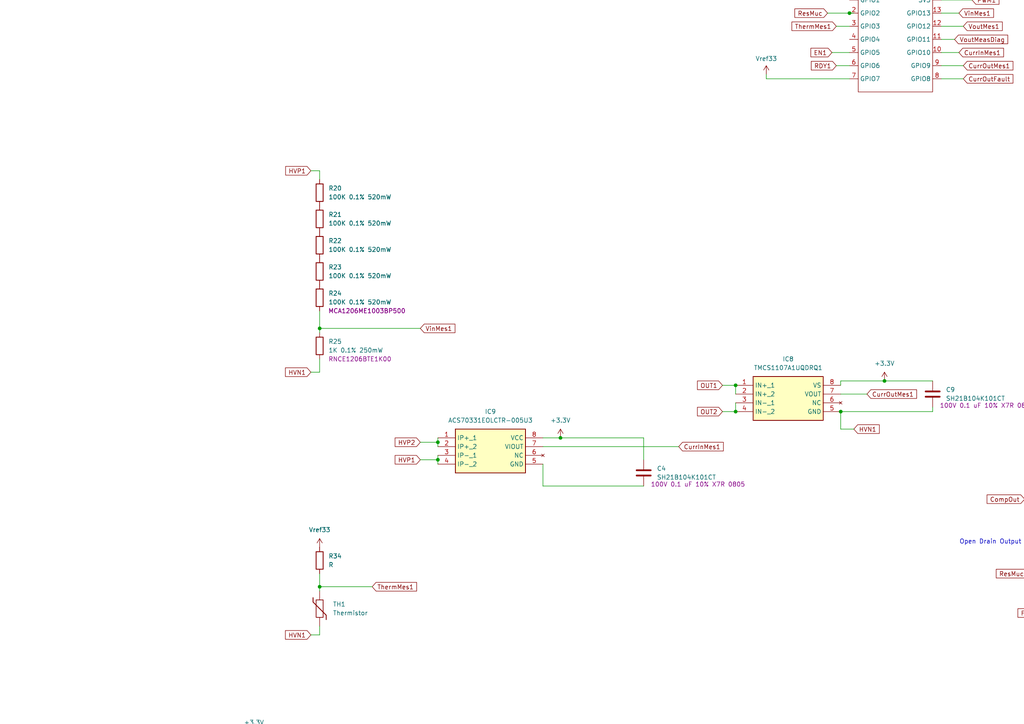
<source format=kicad_sch>
(kicad_sch (version 20250114) (generator "eeschema") (generator_version "9.0")
  (paper "A4")
  (text "probelm 74HC74 is HL = 3.15V see datasheet \nso STM can control it found a methode of power it at 3.3v\n" (at 366.268 207.772 0) (effects (font (size 1.27 1.27))))
  (text "Example of charging power\nOUT I\nACS770LCB-100U \nUni 100A 40mV/A 4800VAC 1min\nVcc = 5V\n22kW/250V= 88A, 22kW/300=73A\nOCP is around 4.033V 4.194V => (4.033+4.194)/2=4113.5mV (102.8A)\nIoutNom = 70A (DJC)\nVoltage range nominal (0,500v) 2%\n102/70= 1.45\n\nProposition prim \nACS70331EOLCTR-005U3\n5A uniderectional, 3.3V, 400mV/A, SOIC 8, very simple \n2euros mouser \nSpec 1200/360=3.33A\n5A/3.33A= 1.5\nout 0 to 3V (perfect)\nOR \nTMCS1107A4U \n3euros mouser \n10A\n\n\nSecondary 1200/42=28.57A \n(target 1.5 = 43A check 45 or 50A)\nTMCS1107A2UQDR \n100mV/A 3.3V\nsimple \nif you want more current \ncheck \nTMCS1107A1U\n86A Uniderectional \n43A \nmouser 2.96euros " (at 320.802 311.15 0) (effects (font (size 1.27 1.27) (bold yes))))
  (text "Logic to be done " (at 344.17 203.2 0) (effects (font (size 1.27 1.27))))
  (text "Nb pins\n===============\nmeas vref	1\nprim drive	4\nv meas p	1\nv meas s	2\ncurrent sec	1\ncurrent prim	1\nOUTPUT COMPA	1\nTHERMAL 	2\nSPI 	4\nTOTLA 	17\n\n\nOptimization 	\nmeas vref	1\nprim drive	4\nv meas p	1\nv meas s	2\ncurrent sec	1\ncurrent prim	1\nOUTPUT COMPA	1\nTHERMAL 	1\nRX/TX	other pins\nTOTLA 	12\n" (at 414.02 206.502 0) (effects (font (size 1.27 1.27))))
  (text "Open Drain Output\n" (at 287.274 157.226 0) (effects (font (size 1.27 1.27))))
  (text "To µC (je dois utiliser 3.3v pour le pull up pas 5v\n" (at 112.014 219.71 0) (effects (font (size 1.27 1.27))))
  (text "check if we can read 5V , otherwise use 3.3 power othwise to remove this regulator use res div \n" (at 410.972 256.032 0) (effects (font (size 1.27 1.27))))
  (junction (at 138.43 245.11))
  (junction (at 105.41 228.6))
  (junction (at 92.71 170.18))
  (junction (at 143.51 279.4))
  (junction (at 73.66 228.6))
  (junction (at 281.94 246.38))
  (junction (at 125.73 259.08))
  (junction (at 257.81 250.19))
  (junction (at 275.59 -7.62))
  (junction (at 281.94 262.89))
  (junction (at 48.26 251.46))
  (junction (at 36.83 223.52))
  (junction (at 349.25 163.83))
  (junction (at 62.23 224.79))
  (junction (at 246.38 3.81))
  (junction (at 382.27 166.37))
  (junction (at 73.66 267.97))
  (junction (at 502.92 -38.1))
  (junction (at 213.36 111.76))
  (junction (at 213.36 119.38))
  (junction (at 125.73 233.68))
  (junction (at 382.27 168.91))
  (junction (at 73.66 217.17))
  (junction (at -19.05 254))
  (junction (at 67.31 217.17))
  (junction (at -19.05 270.51))
  (junction (at 127 133.35))
  (junction (at 243.84 119.38))
  (junction (at -19.05 265.43))
  (junction (at 257.81 306.07))
  (junction (at 349.25 180.34))
  (junction (at 88.9 236.22))
  (junction (at 264.16 237.49))
  (junction (at 36.83 227.33))
  (junction (at 21.59 227.33))
  (junction (at 382.27 163.83))
  (junction (at 143.51 256.54))
  (junction (at 35.56 243.84))
  (junction (at 257.81 294.64))
  (junction (at 92.71 95.25))
  (junction (at 12.7 240.03))
  (junction (at 45.72 236.22))
  (junction (at 34.29 254))
  (junction (at 349.25 173.99))
  (junction (at 127 128.27))
  (junction (at 125.73 279.4))
  (junction (at 256.54 110.49))
  (junction (at 125.73 241.3))
  (junction (at 12.7 227.33))
  (junction (at 494.03 -20.32))
  (junction (at 162.56 127))
  (junction (at 34.29 270.51))
  (junction (at 257.81 276.86))
  (junction (at 335.28 200.66))
  (junction (at 99.06 243.84))
  (junction (at 349.25 182.88))
  (junction (at 125.73 254))
  (junction (at 377.19 -7.62))
  (junction (at 48.26 270.51))
  (junction (at 320.04 177.8))
  (junction (at 20.32 240.03))
  (wire (pts (xy 240.03 3.81) (xy 246.38 3.81)))
  (wire (pts (xy 243.84 124.46) (xy 243.84 119.38)))
  (wire (pts (xy 143.51 256.54) (xy 143.51 279.4)))
  (wire (pts (xy 86.36 259.08) (xy 113.03 259.08)))
  (wire (pts (xy 34.29 254) (xy 50.8 254)))
  (wire (pts (xy 228.6 265.43) (xy 232.41 265.43)))
  (wire (pts (xy 45.72 236.22) (xy 45.72 227.33)))
  (wire (pts (xy 55.88 217.17) (xy 67.31 217.17)))
  (wire (pts (xy 73.66 228.6) (xy 97.79 228.6)))
  (wire (pts (xy -19.05 255.27) (xy -19.05 254)))
  (wire (pts (xy 20.32 240.03) (xy 12.7 240.03)))
  (wire (pts (xy 257.81 250.19) (xy 257.81 276.86)))
  (wire (pts (xy 12.7 227.33) (xy 12.7 240.03)))
  (wire (pts (xy 62.23 224.79) (xy 67.31 224.79)))
  (wire (pts (xy 351.79 171.45) (xy 327.66 171.45)))
  (wire (pts (xy 45.72 227.33) (xy 36.83 227.33)))
  (wire (pts (xy 297.18 144.78) (xy 316.23 144.78)))
  (wire (pts (xy 327.66 168.91) (xy 320.04 168.91)))
  (wire (pts (xy 86.36 243.84) (xy 99.06 243.84)))
  (wire (pts (xy 377.19 -11.43) (xy 377.19 -7.62)))
  (wire (pts (xy 105.41 222.25) (xy 125.73 222.25)))
  (wire (pts (xy 92.71 184.15) (xy 90.17 184.15)))
  (wire (pts (xy 73.66 267.97) (xy 73.66 270.51)))
  (wire (pts (xy -19.05 270.51) (xy 34.29 270.51)))
  (wire (pts (xy 353.06 182.88) (xy 349.25 182.88)))
  (wire (pts (xy 127 132.08) (xy 127 133.35)))
  (wire (pts (xy 243.84 110.49) (xy 256.54 110.49)))
  (wire (pts (xy 86.36 259.08) (xy 86.36 261.62)))
  (wire (pts (xy 27.94 240.03) (xy 35.56 240.03)))
  (wire (pts (xy 228.6 321.31) (xy 232.41 321.31)))
  (wire (pts (xy 556.26 -20.32) (xy 544.83 -20.32)))
  (wire (pts (xy 127 128.27) (xy 127 129.54)))
  (wire (pts (xy 99.06 267.97) (xy 73.66 267.97)))
  (wire (pts (xy 257.81 294.64) (xy 257.81 276.86)))
  (wire (pts (xy -19.05 248.92) (xy -19.05 254)))
  (wire (pts (xy 232.41 351.79) (xy 232.41 350.52)))
  (wire (pts (xy -19.05 254) (xy 34.29 254)))
  (wire (pts (xy 209.55 111.76) (xy 213.36 111.76)))
  (wire (pts (xy 34.29 270.51) (xy 48.26 270.51)))
  (wire (pts (xy 12.7 219.71) (xy 12.7 227.33)))
  (wire (pts (xy 320.04 186.69) (xy 349.25 186.69)))
  (wire (pts (xy 247.65 124.46) (xy 243.84 124.46)))
  (wire (pts (xy 351.79 173.99) (xy 349.25 173.99)))
  (wire (pts (xy 382.27 157.48) (xy 382.27 158.75)))
  (wire (pts (xy 12.7 240.03) (xy 12.7 251.46)))
  (wire (pts (xy 127 133.35) (xy 127 134.62)))
  (wire (pts (xy 243.84 110.49) (xy 243.84 111.76)))
  (wire (pts (xy 36.83 219.71) (xy 36.83 223.52)))
  (wire (pts (xy 257.81 237.49) (xy 264.16 237.49)))
  (wire (pts (xy 138.43 245.11) (xy 142.24 245.11)))
  (wire (pts (xy 140.97 256.54) (xy 143.51 256.54)))
  (wire (pts (xy 275.59 -7.62) (xy 293.37 -7.62)))
  (wire (pts (xy 240.03 279.4) (xy 240.03 287.02)))
  (wire (pts (xy 209.55 119.38) (xy 213.36 119.38)))
  (wire (pts (xy 382.27 168.91) (xy 387.35 168.91)))
  (wire (pts (xy 138.43 243.84) (xy 138.43 245.11)))
  (wire (pts (xy 240.03 260.35) (xy 236.22 260.35)))
  (wire (pts (xy 232.41 321.31) (xy 232.41 320.04)))
  (wire (pts (xy 162.56 127) (xy 186.69 127)))
  (wire (pts (xy 35.56 240.03) (xy 35.56 243.84)))
  (wire (pts (xy 92.71 96.52) (xy 92.71 95.25)))
  (wire (pts (xy -26.67 270.51) (xy -19.05 270.51)))
  (wire (pts (xy 73.66 217.17) (xy 73.66 228.6)))
  (wire (pts (xy 388.62 -11.43) (xy 394.97 -11.43)))
  (wire (pts (xy 241.3 15.24) (xy 246.38 15.24)))
  (wire (pts (xy 157.48 129.54) (xy 196.85 129.54)))
  (wire (pts (xy 273.05 0) (xy 281.94 0)))
  (wire (pts (xy 240.03 252.73) (xy 240.03 260.35)))
  (wire (pts (xy 48.26 251.46) (xy 48.26 241.3)))
  (wire (pts (xy 257.81 336.55) (xy 255.27 336.55)))
  (wire (pts (xy 273.05 7.62) (xy 279.4 7.62)))
  (wire (pts (xy 243.84 119.38) (xy 270.51 119.38)))
  (wire (pts (xy 273.05 22.86) (xy 279.4 22.86)))
  (wire (pts (xy 232.41 292.1) (xy 232.41 290.83)))
  (wire (pts (xy 255.27 306.07) (xy 257.81 306.07)))
  (wire (pts (xy 257.81 336.55) (xy 257.81 306.07)))
  (wire (pts (xy 222.25 22.86) (xy 246.38 22.86)))
  (wire (pts (xy 377.19 -7.62) (xy 345.44 -7.62)))
  (wire (pts (xy 62.23 228.6) (xy 62.23 224.79)))
  (wire (pts (xy 213.36 111.76) (xy 213.36 114.3)))
  (wire (pts (xy 394.97 -11.43) (xy 394.97 -10.16)))
  (wire (pts (xy 50.8 246.38) (xy 45.72 246.38)))
  (wire (pts (xy 273.05 15.24) (xy 278.13 15.24)))
  (wire (pts (xy 387.35 168.91) (xy 387.35 180.34)))
  (wire (pts (xy 228.6 292.1) (xy 232.41 292.1)))
  (wire (pts (xy 273.05 19.05) (xy 279.4 19.05)))
  (wire (pts (xy 129.54 284.48) (xy 125.73 284.48)))
  (wire (pts (xy 502.92 -38.1) (xy 473.71 -38.1)))
  (wire (pts (xy 88.9 236.22) (xy 88.9 238.76)))
  (wire (pts (xy 45.72 236.22) (xy 50.8 236.22)))
  (wire (pts (xy 130.81 245.11) (xy 130.81 248.92)))
  (wire (pts (xy 377.19 -7.62) (xy 394.97 -7.62)))
  (wire (pts (xy -19.05 241.3) (xy -19.05 238.76)))
  (wire (pts (xy 21.59 227.33) (xy 29.21 227.33)))
  (wire (pts (xy 349.25 182.88) (xy 349.25 180.34)))
  (wire (pts (xy 255.27 276.86) (xy 257.81 276.86)))
  (wire (pts (xy 544.83 -38.1) (xy 556.26 -38.1)))
  (wire (pts (xy 86.36 248.92) (xy 105.41 248.92)))
  (wire (pts (xy 298.45 255.27) (xy 298.45 262.89)))
  (wire (pts (xy 60.96 228.6) (xy 62.23 228.6)))
  (wire (pts (xy 50.8 248.92) (xy 35.56 248.92)))
  (wire (pts (xy 511.81 -38.1) (xy 502.92 -38.1)))
  (wire (pts (xy 382.27 161.29) (xy 382.27 163.83)))
  (wire (pts (xy 242.57 7.62) (xy 246.38 7.62)))
  (wire (pts (xy 298.45 246.38) (xy 298.45 247.65)))
  (wire (pts (xy 270.51 118.11) (xy 270.51 119.38)))
  (wire (pts (xy 105.41 228.6) (xy 105.41 248.92)))
  (wire (pts (xy 320.04 176.53) (xy 320.04 177.8)))
  (wire (pts (xy 281.94 246.38) (xy 281.94 247.65)))
  (wire (pts (xy 67.31 217.17) (xy 73.66 217.17)))
  (wire (pts (xy 349.25 173.99) (xy 349.25 163.83)))
  (wire (pts (xy 273.05 -7.62) (xy 275.59 -7.62)))
  (wire (pts (xy 55.88 224.79) (xy 62.23 224.79)))
  (wire (pts (xy 130.81 245.11) (xy 138.43 245.11)))
  (wire (pts (xy 293.37 -16.51) (xy 295.91 -16.51)))
  (wire (pts (xy 63.5 266.7) (xy 63.5 270.51)))
  (wire (pts (xy 48.26 251.46) (xy 48.26 270.51)))
  (wire (pts (xy 351.79 168.91) (xy 335.28 168.91)))
  (wire (pts (xy 120.65 259.08) (xy 125.73 259.08)))
  (wire (pts (xy 125.73 233.68) (xy 120.65 233.68)))
  (wire (pts (xy 243.84 114.3) (xy 251.46 114.3)))
  (wire (pts (xy 92.71 49.53) (xy 90.17 49.53)))
  (wire (pts (xy 349.25 163.83) (xy 349.25 161.29)))
  (wire (pts (xy 36.83 223.52) (xy 36.83 227.33)))
  (wire (pts (xy 92.71 181.61) (xy 92.71 184.15)))
  (wire (pts (xy 186.69 133.35) (xy 186.69 127)))
  (wire (pts (xy 127 127) (xy 127 128.27)))
  (wire (pts (xy 92.71 107.95) (xy 92.71 104.14)))
  (wire (pts (xy 257.81 237.49) (xy 257.81 250.19)))
  (wire (pts (xy 313.69 200.66) (xy 335.28 200.66)))
  (wire (pts (xy 34.29 270.51) (xy 34.29 261.62)))
  (wire (pts (xy 242.57 19.05) (xy 246.38 19.05)))
  (wire (pts (xy 273.05 -3.81) (xy 276.86 -3.81)))
  (wire (pts (xy 238.76 -7.62) (xy 246.38 -7.62)))
  (wire (pts (xy 293.37 -8.89) (xy 293.37 -7.62)))
  (wire (pts (xy 92.71 90.17) (xy 92.71 95.25)))
  (wire (pts (xy 473.71 -22.86) (xy 473.71 -20.32)))
  (wire (pts (xy 20.32 240.03) (xy 20.32 243.84)))
  (wire (pts (xy 320.04 177.8) (xy 320.04 179.07)))
  (wire (pts (xy 232.41 265.43) (xy 232.41 264.16)))
  (wire (pts (xy 312.42 177.8) (xy 320.04 177.8)))
  (wire (pts (xy 236.22 247.65) (xy 240.03 247.65)))
  (wire (pts (xy 157.48 127) (xy 162.56 127)))
  (wire (pts (xy 133.35 264.16) (xy 130.81 264.16)))
  (wire (pts (xy 48.26 241.3) (xy 50.8 241.3)))
  (wire (pts (xy 349.25 180.34) (xy 349.25 173.99)))
  (wire (pts (xy 125.73 279.4) (xy 125.73 284.48)))
  (wire (pts (xy 213.36 116.84) (xy 213.36 119.38)))
  (wire (pts (xy 125.73 241.3) (xy 125.73 254)))
  (wire (pts (xy 86.36 254) (xy 113.03 254)))
  (wire (pts (xy 229.87 274.32) (xy 240.03 274.32)))
  (wire (pts (xy 86.36 236.22) (xy 88.9 236.22)))
  (wire (pts (xy 99.06 243.84) (xy 99.06 267.97)))
  (wire (pts (xy 92.71 52.07) (xy 92.71 49.53)))
  (wire (pts (xy 264.16 237.49) (xy 264.16 238.76)))
  (wire (pts (xy 48.26 251.46) (xy 12.7 251.46)))
  (wire (pts (xy 73.66 214.63) (xy 73.66 217.17)))
  (wire (pts (xy 143.51 256.54) (xy 156.21 256.54)))
  (wire (pts (xy 88.9 238.76) (xy 86.36 238.76)))
  (wire (pts (xy 556.26 -38.1) (xy 556.26 -35.56)))
  (wire (pts (xy 20.32 243.84) (xy 27.94 243.84)))
  (wire (pts (xy 92.71 95.25) (xy 121.92 95.25)))
  (wire (pts (xy 129.54 279.4) (xy 125.73 279.4)))
  (wire (pts (xy 335.28 200.66) (xy 335.28 224.79)))
  (wire (pts (xy 256.54 110.49) (xy 270.51 110.49)))
  (wire (pts (xy 273.05 11.43) (xy 276.86 11.43)))
  (wire (pts (xy 50.8 261.62) (xy 50.8 265.43)))
  (wire (pts (xy 246.38 3.81) (xy 247.65 3.81)))
  (wire (pts (xy 349.25 180.34) (xy 387.35 180.34)))
  (wire (pts (xy 137.16 284.48) (xy 143.51 284.48)))
  (wire (pts (xy -24.13 238.76) (xy -19.05 238.76)))
  (wire (pts (xy 157.48 134.62) (xy 157.48 140.97)))
  (wire (pts (xy 237.49 -3.81) (xy 246.38 -3.81)))
  (wire (pts (xy 92.71 171.45) (xy 92.71 170.18)))
  (wire (pts (xy 281.94 246.38) (xy 298.45 246.38)))
  (wire (pts (xy 264.16 227.33) (xy 264.16 228.6)))
  (wire (pts (xy 349.25 186.69) (xy 349.25 182.88)))
  (wire (pts (xy 281.94 245.11) (xy 281.94 246.38)))
  (wire (pts (xy 143.51 279.4) (xy 143.51 284.48)))
  (wire (pts (xy 48.26 270.51) (xy 63.5 270.51)))
  (wire (pts (xy -19.05 262.89) (xy -19.05 265.43)))
  (wire (pts (xy 157.48 140.97) (xy 186.69 140.97)))
  (wire (pts (xy 137.16 279.4) (xy 143.51 279.4)))
  (wire (pts (xy 90.17 107.95) (xy 92.71 107.95)))
  (wire (pts (xy 501.65 -16.51) (xy 494.03 -16.51)))
  (wire (pts (xy 327.66 171.45) (xy 327.66 168.91)))
  (wire (pts (xy 281.94 262.89) (xy 298.45 262.89)))
  (wire (pts (xy 264.16 236.22) (xy 264.16 237.49)))
  (wire (pts (xy 222.25 21.59) (xy 222.25 22.86)))
  (wire (pts (xy 382.27 163.83) (xy 382.27 166.37)))
  (wire (pts (xy 273.05 3.81) (xy 278.13 3.81)))
  (wire (pts (xy 240.03 316.23) (xy 236.22 316.23)))
  (wire (pts (xy 88.9 236.22) (xy 99.06 236.22)))
  (wire (pts (xy 345.44 -7.62) (xy 345.44 -10.16)))
  (wire (pts (xy 45.72 246.38) (xy 45.72 236.22)))
  (wire (pts (xy 236.22 303.53) (xy 240.03 303.53)))
  (wire (pts (xy 281.94 264.16) (xy 281.94 262.89)))
  (wire (pts (xy 473.71 -38.1) (xy 473.71 -30.48)))
  (wire (pts (xy 556.26 -27.94) (xy 556.26 -20.32)))
  (wire (pts (xy 120.65 254) (xy 125.73 254)))
  (wire (pts (xy 473.71 -20.32) (xy 494.03 -20.32)))
  (wire (pts (xy 240.03 308.61) (xy 240.03 316.23)))
  (wire (pts (xy 351.79 158.75) (xy 316.23 158.75)))
  (wire (pts (xy 92.71 170.18) (xy 107.95 170.18)))
  (wire (pts (xy 12.7 227.33) (xy 21.59 227.33)))
  (wire (pts (xy 35.56 243.84) (xy 35.56 248.92)))
  (wire (pts (xy 228.6 351.79) (xy 232.41 351.79)))
  (wire (pts (xy 494.03 -16.51) (xy 494.03 -20.32)))
  (wire (pts (xy 240.03 287.02) (xy 236.22 287.02)))
  (wire (pts (xy 257.81 294.64) (xy 265.43 294.64)))
  (wire (pts (xy 351.79 166.37) (xy 298.45 166.37)))
  (wire (pts (xy -19.05 265.43) (xy 50.8 265.43)))
  (wire (pts (xy 255.27 250.19) (xy 257.81 250.19)))
  (wire (pts (xy 316.23 144.78) (xy 316.23 158.75)))
  (wire (pts (xy 105.41 222.25) (xy 105.41 228.6)))
  (wire (pts (xy 121.92 133.35) (xy 127 133.35)))
  (wire (pts (xy 257.81 306.07) (xy 257.81 294.64)))
  (wire (pts (xy 349.25 163.83) (xy 351.79 163.83)))
  (wire (pts (xy 92.71 170.18) (xy 92.71 166.37)))
  (wire (pts (xy 228.6 334.01) (xy 240.03 334.01)))
  (wire (pts (xy 73.66 228.6) (xy 73.66 231.14)))
  (wire (pts (xy 382.27 166.37) (xy 382.27 168.91)))
  (wire (pts (xy 120.65 241.3) (xy 125.73 241.3)))
  (wire (pts (xy 29.21 223.52) (xy 36.83 223.52)))
  (wire (pts (xy 121.92 128.27) (xy 127 128.27)))
  (wire (pts (xy 73.66 266.7) (xy 73.66 267.97)))
  (wire (pts (xy 494.03 -20.32) (xy 511.81 -20.32)))
  (wire (pts (xy 349.25 161.29) (xy 351.79 161.29)))
  (wire (pts (xy 20.32 219.71) (xy 36.83 219.71)))
  (wire (pts (xy 21.59 223.52) (xy 21.59 227.33)))
  (wire (pts (xy 125.73 232.41) (xy 125.73 233.68)))
  (wire (pts (xy 240.03 339.09) (xy 240.03 346.71)))
  (wire (pts (xy 335.28 168.91) (xy 335.28 200.66)))
  (wire (pts (xy -19.05 265.43) (xy -19.05 270.51)))
  (wire (pts (xy 240.03 346.71) (xy 236.22 346.71)))
  (wire (pts (xy 125.73 259.08) (xy 125.73 279.4)))
  (global_label "HVN1" (shape input) (at 125.73 232.41 90) (property "Intersheetrefs" "${INTERSHEET_REFS}" (effects (hide yes))))
  (global_label "HVN1" (shape input) (at 345.44 -17.78 180) (property "Intersheetrefs" "${INTERSHEET_REFS}" (effects (hide yes))))
  (global_label "HVN1" (shape input) (at 90.17 107.95 180) (property "Intersheetrefs" "${INTERSHEET_REFS}" (effects (hide yes))))
  (global_label "VoutMeasDiag" (shape input) (at 125.73 222.25 0) (property "Intersheetrefs" "${INTERSHEET_REFS}" (effects (hide yes))))
  (global_label "RDY1" (shape input) (at 242.57 19.05 180) (property "Intersheetrefs" "${INTERSHEET_REFS}" (effects (hide yes))))
  (global_label "VoutMes1" (shape input) (at 229.87 274.32 180) (property "Intersheetrefs" "${INTERSHEET_REFS}" (effects (hide yes))))
  (global_label "HVN1" (shape input) (at 228.6 292.1 180) (property "Intersheetrefs" "${INTERSHEET_REFS}" (effects (hide yes))))
  (global_label "VoutMes1" (shape input) (at 279.4 7.62 0) (property "Intersheetrefs" "${INTERSHEET_REFS}" (effects (hide yes))))
  (global_label "HVP1" (shape input) (at 121.92 133.35 180) (property "Intersheetrefs" "${INTERSHEET_REFS}" (effects (hide yes))))
  (global_label "ThermMes1" (shape input) (at 242.57 7.62 180) (property "Intersheetrefs" "${INTERSHEET_REFS}" (effects (hide yes))))
  (global_label "VinMes1" (shape input) (at 278.13 3.81 0) (property "Intersheetrefs" "${INTERSHEET_REFS}" (effects (hide yes))))
  (global_label "HVN1" (shape input) (at 295.91 -16.51 0) (property "Intersheetrefs" "${INTERSHEET_REFS}" (effects (hide yes))))
  (global_label "CurrOutMes1" (shape input) (at 279.4 19.05 0) (property "Intersheetrefs" "${INTERSHEET_REFS}" (effects (hide yes))))
  (global_label "TX" (shape input) (at 238.76 -7.62 180) (property "Intersheetrefs" "${INTERSHEET_REFS}" (effects (hide yes))))
  (global_label "VinMes1" (shape input) (at 121.92 95.25 0) (property "Intersheetrefs" "${INTERSHEET_REFS}" (effects (hide yes))))
  (global_label "HVP2" (shape input) (at 121.92 128.27 180) (property "Intersheetrefs" "${INTERSHEET_REFS}" (effects (hide yes))))
  (global_label "HVN1" (shape input) (at 90.17 184.15 180) (property "Intersheetrefs" "${INTERSHEET_REFS}" (effects (hide yes))))
  (global_label "ResMuc" (shape input) (at 240.03 3.81 180) (property "Intersheetrefs" "${INTERSHEET_REFS}" (effects (hide yes))))
  (global_label "CurrInMes1" (shape input) (at 196.85 129.54 0) (property "Intersheetrefs" "${INTERSHEET_REFS}" (effects (hide yes))))
  (global_label "HVN1" (shape input) (at 501.65 -16.51 0) (property "Intersheetrefs" "${INTERSHEET_REFS}" (effects (hide yes))))
  (global_label "CurrOutMes1" (shape input) (at 251.46 114.3 0) (property "Intersheetrefs" "${INTERSHEET_REFS}" (effects (hide yes))))
  (global_label "EN1" (shape input) (at 335.28 224.79 180) (property "Intersheetrefs" "${INTERSHEET_REFS}" (effects (hide yes))))
  (global_label "CurrOutFault" (shape input) (at 279.4 22.86 0) (property "Intersheetrefs" "${INTERSHEET_REFS}" (effects (hide yes))))
  (global_label "HVN1" (shape input) (at 388.62 -11.43 180) (property "Intersheetrefs" "${INTERSHEET_REFS}" (effects (hide yes))))
  (global_label "OUT1" (shape input) (at 209.55 111.76 180) (property "Intersheetrefs" "${INTERSHEET_REFS}" (effects (hide yes))))
  (global_label "HVN1" (shape input) (at 228.6 265.43 180) (property "Intersheetrefs" "${INTERSHEET_REFS}" (effects (hide yes))))
  (global_label "VoutMeasDiag" (shape input) (at 276.86 11.43 0) (property "Intersheetrefs" "${INTERSHEET_REFS}" (effects (hide yes))))
  (global_label "CurrInMes1" (shape input) (at 236.22 303.53 180) (property "Intersheetrefs" "${INTERSHEET_REFS}" (effects (hide yes))))
  (global_label "HVN1" (shape input) (at 247.65 124.46 0) (property "Intersheetrefs" "${INTERSHEET_REFS}" (effects (hide yes))))
  (global_label "ThermMes1" (shape input) (at 107.95 170.18 0) (property "Intersheetrefs" "${INTERSHEET_REFS}" (effects (hide yes))))
  (global_label "HVN1" (shape input) (at 281.94 264.16 270) (property "Intersheetrefs" "${INTERSHEET_REFS}" (effects (hide yes))))
  (global_label "VoutMes1" (shape input) (at 156.21 256.54 0) (property "Intersheetrefs" "${INTERSHEET_REFS}" (effects (hide yes))))
  (global_label "HVP1" (shape input) (at 90.17 49.53 180) (property "Intersheetrefs" "${INTERSHEET_REFS}" (effects (hide yes))))
  (global_label "ResMuc" (shape input) (at 298.45 166.37 180) (property "Intersheetrefs" "${INTERSHEET_REFS}" (effects (hide yes))))
  (global_label "EN1" (shape input) (at 241.3 15.24 180) (property "Intersheetrefs" "${INTERSHEET_REFS}" (effects (hide yes))))
  (global_label "FeedbacktoMCU" (shape input) (at 312.42 177.8 180) (property "Intersheetrefs" "${INTERSHEET_REFS}" (effects (hide yes))))
  (global_label "VinMes1" (shape input) (at 236.22 247.65 180) (property "Intersheetrefs" "${INTERSHEET_REFS}" (effects (hide yes))))
  (global_label "HVN1" (shape input) (at 133.35 264.16 0) (property "Intersheetrefs" "${INTERSHEET_REFS}" (effects (hide yes))))
  (global_label "HVN1" (shape input) (at 60.96 228.6 180) (property "Intersheetrefs" "${INTERSHEET_REFS}" (effects (hide yes))))
  (global_label "PWM1" (shape input) (at 281.94 0 0) (property "Intersheetrefs" "${INTERSHEET_REFS}" (effects (hide yes))))
  (global_label "HVN1" (shape input) (at 73.66 270.51 270) (property "Intersheetrefs" "${INTERSHEET_REFS}" (effects (hide yes))))
  (global_label "CompOut" (shape input) (at 265.43 294.64 0) (property "Intersheetrefs" "${INTERSHEET_REFS}" (effects (hide yes))))
  (global_label "ThermMes1" (shape input) (at 207.01 344.17 180) (property "Intersheetrefs" "${INTERSHEET_REFS}" (effects (hide yes))))
  (global_label "DisableMCU" (shape input) (at 313.69 200.66 180) (property "Intersheetrefs" "${INTERSHEET_REFS}" (effects (hide yes))))
  (global_label "RX" (shape input) (at 237.49 -3.81 180) (property "Intersheetrefs" "${INTERSHEET_REFS}" (effects (hide yes))))
  (global_label "HVN1" (shape input) (at 276.86 -3.81 0) (property "Intersheetrefs" "${INTERSHEET_REFS}" (effects (hide yes))))
  (global_label "HVN1" (shape input) (at 264.16 246.38 270) (property "Intersheetrefs" "${INTERSHEET_REFS}" (effects (hide yes))))
  (global_label "HVN1" (shape input) (at 228.6 321.31 180) (property "Intersheetrefs" "${INTERSHEET_REFS}" (effects (hide yes))))
  (global_label "OUT2" (shape input) (at 209.55 119.38 180) (property "Intersheetrefs" "${INTERSHEET_REFS}" (effects (hide yes))))
  (global_label "HVN1" (shape input) (at 228.6 351.79 180) (property "Intersheetrefs" "${INTERSHEET_REFS}" (effects (hide yes))))
  (global_label "CurrInMes1" (shape input) (at 278.13 15.24 0) (property "Intersheetrefs" "${INTERSHEET_REFS}" (effects (hide yes))))
  (global_label "OUT1" (shape input) (at -24.13 238.76 180) (property "Intersheetrefs" "${INTERSHEET_REFS}" (effects (hide yes))))
  (global_label "CurrOutMes1" (shape input) (at 228.6 334.01 180) (property "Intersheetrefs" "${INTERSHEET_REFS}" (effects (hide yes))))
  (global_label "CompOut" (shape input) (at 297.18 144.78 180) (property "Intersheetrefs" "${INTERSHEET_REFS}" (effects (hide yes))))
  (global_label "HVN1" (shape input) (at 353.06 182.88 0) (property "Intersheetrefs" "${INTERSHEET_REFS}" (effects (hide yes))))
  (global_label "HVN1" (shape input) (at 149.86 245.11 0) (property "Intersheetrefs" "${INTERSHEET_REFS}" (effects (hide yes))))
  (symbol (lib_id "Device:R") (at 320.04 182.88 0) (unit 1)
    (property "Reference" "R42" (at 322.58 181.6099 0) (effects (justify left)))
    (property "Value" "20k" (at 322.58 184.1499 0) (effects (justify left)))
    (property "Description" "Resistor" (effects (hide yes)))
  )
  (symbol (lib_id "Device:R") (at 116.84 259.08 270) (mirror x) (unit 1)
    (property "Reference" "R30" (at 116.84 265.43 90))
    (property "Value" "10k" (at 116.84 262.89 90))
    (property "Description" "Resistor" (effects (hide yes)))
  )
  (symbol (lib_id "Device:C") (at 16.51 219.71 270) (mirror x) (unit 1)
    (property "Reference" "C34" (at 16.51 227.33 90))
    (property "Value" "1uF" (at 16.51 224.79 90))
    (property "Description" "Unpolarized capacitor" (effects (hide yes)))
  )
  (symbol (lib_id "Device:C") (at 556.26 -31.75 0) (unit 1)
    (property "Reference" "C40" (at 560.07 -33.0201 0) (effects (justify left)))
    (property "Value" "SH21B104K101CT" (at 560.07 -30.4801 0) (effects (justify left)))
    (property "Footprint" "Capacitor_SMD:C_0805_2012Metric" (effects (hide yes)))
    (property "Description" "100V 0.1 uF 10% X7R 0805" (at 572.008 -28.448 0))
  )
  (symbol (lib_id "Device:R_Potentiometer_Dual_Separate") (at 232.41 260.35 0) (unit 1)
    (property "Reference" "RV2" (at 229.87 259.0799 0) (effects (justify right)))
    (property "Value" "100k" (at 229.87 261.6199 0) (effects (justify right)))
    (property "Description" "Dual potentiometer, separate units" (effects (hide yes)))
  )
  (symbol (lib_id "power:+3V0") (at 232.41 342.9 0) (unit 1)
    (property "Reference" "#PWR035" (effects (hide yes)))
    (property "Value" "Vref33" (at 232.41 337.82 0))
    (property "Description" "Power symbol creates a global label with name \"+3V0\"" (effects (hide yes)))
  )
  (symbol (lib_id "Device:R") (at 92.71 55.88 0) (unit 1)
    (property "Reference" "R20" (at 95.25 54.6099 0) (effects (justify left)))
    (property "Value" "100K 0.1% 520mW" (at 95.25 57.1499 0) (effects (justify left)))
    (property "Footprint" "Resistor_SMD:R_1206_3216Metric" (effects (hide yes)))
    (property "Description" "Resistor" (effects (hide yes)))
  )
  (symbol (lib_id "Device:C") (at 345.44 -13.97 0) (unit 1)
    (property "Reference" "C41" (at 349.25 -15.2401 0) (effects (justify left)))
    (property "Value" "SH21B104K101CT" (at 349.25 -12.7001 0) (effects (justify left)))
    (property "Footprint" "Capacitor_SMD:C_0805_2012Metric" (effects (hide yes)))
    (property "Description" "100V 0.1 uF 10% X7R 0805" (at 361.188 -10.668 0))
  )
  (symbol (lib_id "power:+3V0") (at 232.41 312.42 0) (unit 1)
    (property "Reference" "#PWR032" (effects (hide yes)))
    (property "Value" "Vref33" (at 232.41 307.34 0))
    (property "Description" "Power symbol creates a global label with name \"+3V0\"" (effects (hide yes)))
  )
  (symbol (lib_id "New_Library:TLV9024QDRQ1") (at 284.48 255.27 0) (unit 5)
    (property "Reference" "U9" (at 283.21 253.9999 0) (effects (justify left)))
    (property "Value" "TLV9024QDRQ1" (at 283.21 256.5399 0) (effects (justify left)))
    (property "Footprint" "Package_SO:SOIC-14_3.9x8.7mm_P1.27mm" (effects (hide yes)))
    (property "Datasheet" "https://www.ti.com/lit/ds/symlink/tlv9022-q1.pdf" (effects (hide yes)))
    (property "Description" "Quad channel comparators, SOIC-14" (effects (hide yes)))
  )
  (symbol (lib_id "Device:R") (at 92.71 63.5 0) (unit 1)
    (property "Reference" "R21" (at 95.25 62.2299 0) (effects (justify left)))
    (property "Value" "100K 0.1% 520mW" (at 95.25 64.7699 0) (effects (justify left)))
    (property "Footprint" "Resistor_SMD:R_1206_3216Metric" (effects (hide yes)))
    (property "Description" "Resistor" (effects (hide yes)))
  )
  (symbol (lib_id "power:+3V0") (at 222.25 21.59 0) (unit 1)
    (property "Reference" "#PWR038" (effects (hide yes)))
    (property "Value" "Vref33" (at 222.25 17.018 0))
    (property "Description" "Power symbol creates a global label with name \"+3V0\"" (effects (hide yes)))
  )
  (symbol (lib_id "Device:R") (at 101.6 228.6 270) (unit 1)
    (property "Reference" "R32" (at 101.6 222.25 90))
    (property "Value" "47k" (at 101.6 224.79 90))
    (property "Description" "Resistor" (effects (hide yes)))
  )
  (symbol (lib_id "Device:C") (at 270.51 114.3 0) (unit 1)
    (property "Reference" "C9" (at 274.32 113.0299 0) (effects (justify left)))
    (property "Value" "SH21B104K101CT" (at 274.32 115.5699 0) (effects (justify left)))
    (property "Footprint" "Capacitor_SMD:C_0805_2012Metric" (effects (hide yes)))
    (property "Description" "100V 0.1 uF 10% X7R 0805" (at 286.258 117.602 0))
  )
  (symbol (lib_id "power:+5V") (at 138.43 243.84 0) (unit 1)
    (property "Reference" "#PWR024" (effects (hide yes)))
    (property "Value" "+5V" (at 138.43 238.76 0))
    (property "Description" "Power symbol creates a global label with name \"+5V\"" (effects (hide yes)))
  )
  (symbol (lib_id "ACS70331EOLCTR-005U3:ACS70331EOLCTR-005U3") (at 127 127 0) (unit 1)
    (property "Reference" "IC9" (at 142.24 119.38 0))
    (property "Value" "ACS70331EOLCTR-005U3" (at 142.24 121.92 0))
    (property "Footprint" "ACS70331EOLCTR-005U3:SOIC127P600X175-8N" (effects (hide yes)))
    (property "Datasheet" "https://www.allegromicro.com/-/media/files/datasheets/acs70331-datasheet.ashx" (effects (hide yes)))
    (property "Description" "High Sensitivity, Gmr-Based Current Sensor IC" (effects (hide yes)))
    (property "Height" "1.75" (effects (hide yes)))
    (property "Mouser Part Number" "250-70331EOLCTR005U3" (effects (hide yes)))
    (property "Mouser Price/Stock" "https://www.mouser.co.uk/ProductDetail/Allegro-MicroSystems/ACS70331EOLCTR-005U3?qs=pUKx8fyJudDz9FJ7uQ14Rw%3D%3D" (effects (hide yes)))
    (property "Manufacturer_Name" "Allegro Microsystems" (effects (hide yes)))
    (property "Manufacturer_Part_Number" "ACS70331EOLCTR-005U3" (effects (hide yes)))
  )
  (symbol (lib_id "Device:C") (at 120.65 237.49 0) (mirror y) (unit 1)
    (property "Reference" "C27" (at 116.84 236.2199 0) (effects (justify left)))
    (property "Value" "1n" (at 116.84 238.7599 0) (effects (justify left)))
    (property "Description" "Unpolarized capacitor" (effects (hide yes)))
  )
  (symbol (lib_id "Device:R") (at 125.73 237.49 180) (unit 1)
    (property "Reference" "R31" (at 132.08 237.49 90))
    (property "Value" "5k" (at 129.54 237.49 90))
    (property "Description" "Resistor" (effects (hide yes)))
  )
  (symbol (lib_id "Device:C") (at 293.37 -12.7 0) (mirror y) (unit 1)
    (property "Reference" "C38" (at 289.56 -13.9701 0) (effects (justify left)))
    (property "Value" "100nF" (at 289.56 -11.4301 0) (effects (justify left)))
    (property "Footprint" "Capacitor_SMD:C_1206_3216Metric" (effects (hide yes)))
    (property "Datasheet" "https://www.mouser.fr/datasheet/2/210/WTC_MLCC_General_Purpose-1534899.pdf" (effects (hide yes)))
    (property "Description" "Unpolarized capacitor" (effects (hide yes)))
    (property "Manufacturer part code" "1206B104K101CT" (effects (hide yes)))
  )
  (symbol (lib_id "Device:R") (at 92.71 71.12 0) (unit 1)
    (property "Reference" "R22" (at 95.25 69.8499 0) (effects (justify left)))
    (property "Value" "100K 0.1% 520mW" (at 95.25 72.3899 0) (effects (justify left)))
    (property "Footprint" "Resistor_SMD:R_1206_3216Metric" (effects (hide yes)))
    (property "Description" "Resistor" (effects (hide yes)))
  )
  (symbol (lib_id "power:+3V0") (at 92.71 158.75 0) (mirror y) (unit 1)
    (property "Reference" "#PWR036" (effects (hide yes)))
    (property "Value" "Vref33" (at 92.71 153.67 0))
    (property "Description" "Power symbol creates a global label with name \"+3V0\"" (effects (hide yes)))
  )
  (symbol (lib_id "Device:R") (at 92.71 100.33 0) (unit 1)
    (property "Reference" "R25" (at 95.25 99.0599 0) (effects (justify left)))
    (property "Value" "1K 0.1% 250mW" (at 95.25 101.5999 0) (effects (justify left)))
    (property "Footprint" "Resistor_SMD:R_1206_3216Metric" (effects (hide yes)))
    (property "Datasheet" "https://www.mouser.fr/datasheet/2/385/SEI_RNCE-3567365.pdf" (effects (hide yes)))
    (property "Description" "RNCE1206BTE1K00" (at 104.394 104.14 0))
  )
  (symbol (lib_id "Amplifier_Operational:TLV6001DCK") (at 130.81 256.54 0) (unit 1)
    (property "Reference" "U8" (at 146.05 250.1198 0))
    (property "Value" "TLV6001IDCKT" (at 146.05 252.6598 0))
    (property "Footprint" "Package_TO_SOT_SMD:SOT-353_SC-70-5" (effects (hide yes)))
    (property "Datasheet" "http://www.ti.com/lit/ds/symlink/tlv6001.pdf" (effects (hide yes)))
    (property "Description" "Low-power, Rail-to-rail, 1MHz Operational Amplifier, SOT-353" (effects (hide yes)))
  )
  (symbol (lib_id "Device:C") (at 298.45 251.46 0) (unit 1)
    (property "Reference" "C22" (at 302.26 250.1899 0) (effects (justify left)))
    (property "Value" "SH21B104K101CT" (at 302.26 252.7299 0) (effects (justify left)))
    (property "Footprint" "Capacitor_SMD:C_0805_2012Metric" (effects (hide yes)))
    (property "Description" "100V 0.1 uF 10% X7R 0805" (at 314.198 254.762 0))
  )
  (symbol (lib_id "power:+5V") (at 382.27 157.48 0) (unit 1)
    (property "Reference" "#PWR06" (effects (hide yes)))
    (property "Value" "+3.3V" (at 382.27 152.4 0))
    (property "Description" "Power symbol creates a global label with name \"+5V\"" (effects (hide yes)))
  )
  (symbol (lib_id "Isolator_Analog:AMC3330") (at 68.58 248.92 0) (unit 1)
    (property "Reference" "U7" (at 75.8033 228.6 0) (effects (justify left)))
    (property "Value" "AMC3330" (at 75.8033 231.14 0) (effects (justify left)))
    (property "Footprint" "Package_SO:SOIC-16W_7.5x10.3mm_P1.27mm" (effects (hide yes)))
    (property "Datasheet" "https://www.ti.com/lit/ds/symlink/amc3330.pdf" (effects (hide yes)))
    (property "Description" "Reinforced Isolated Amplifier With Integrated DC/DC Converter, SOIC-16W" (effects (hide yes)))
  )
  (symbol (lib_id "New_Library:TLV9024QDRQ1") (at 247.65 276.86 0) (unit 1)
    (property "Reference" "U9" (at 247.65 266.7 0))
    (property "Value" "TLV9024QDRQ1" (at 247.65 269.24 0))
    (property "Footprint" "Package_SO:SOIC-14_3.9x8.7mm_P1.27mm" (effects (hide yes)))
    (property "Datasheet" "https://www.ti.com/lit/ds/symlink/tlv9022-q1.pdf" (effects (hide yes)))
    (property "Description" "Quad channel comparators, SOIC-14" (effects (hide yes)))
  )
  (symbol (lib_id "Device:C") (at 33.02 227.33 270) (mirror x) (unit 1)
    (property "Reference" "C33" (at 33.02 234.95 90))
    (property "Value" "1n" (at 33.02 232.41 90))
    (property "Description" "Unpolarized capacitor" (effects (hide yes)))
  )
  (symbol (lib_id "Device:C") (at 133.35 279.4 90) (unit 1)
    (property "Reference" "C29" (at 133.35 271.78 90))
    (property "Value" "1n" (at 133.35 274.32 90))
    (property "Description" "Unpolarized capacitor" (effects (hide yes)))
  )
  (symbol (lib_id "Device:R") (at 116.84 254 270) (unit 1)
    (property "Reference" "R28" (at 116.84 247.65 90))
    (property "Value" "10k" (at 116.84 250.19 90))
    (property "Description" "Resistor" (effects (hide yes)))
  )
  (symbol (lib_id "power:GND2") (at -26.67 270.51 0) (unit 1)
    (property "Reference" "#PWR023" (effects (hide yes)))
    (property "Value" "GND2" (at -26.67 275.59 0))
    (property "Description" "Power symbol creates a global label with name \"GND2\" , ground" (effects (hide yes)))
  )
  (symbol (lib_id "Device:R_Potentiometer_Dual_Separate") (at 232.41 287.02 0) (unit 1)
    (property "Reference" "RV1" (at 229.87 285.7499 0) (effects (justify right)))
    (property "Value" "100k" (at 229.87 288.2899 0) (effects (justify right)))
    (property "Description" "Dual potentiometer, separate units" (effects (hide yes)))
  )
  (symbol (lib_id "New_Library:SMT32F1-MINI") (at 408.94 -19.05 0) (unit 1)
    (property "Reference" "U1" (at 408.94 -19.05 0))
    (property "Value" "~" (at 408.94 -16.51 0))
    (property "Footprint" "New_Linrary:SMT32F1-MINI" (effects (hide yes)))
  )
  (symbol (lib_id "power:+5V") (at 502.92 -38.1 0) (unit 1)
    (property "Reference" "#PWR027" (effects (hide yes)))
    (property "Value" "+3.3V" (at 502.92 -43.18 0))
    (property "Description" "Power symbol creates a global label with name \"+5V\"" (effects (hide yes)))
  )
  (symbol (lib_id "Device:C") (at 24.13 240.03 270) (mirror x) (unit 1)
    (property "Reference" "C32" (at 23.114 236.474 90) (effects (justify left)))
    (property "Value" "100nF" (at 22.352 234.442 90) (effects (justify left)))
    (property "Footprint" "Capacitor_SMD:C_1206_3216Metric" (effects (hide yes)))
    (property "Datasheet" "https://www.mouser.fr/datasheet/2/210/WTC_MLCC_General_Purpose-1534899.pdf" (effects (hide yes)))
    (property "Description" "Unpolarized capacitor" (effects (hide yes)))
    (property "Manufacturer part code" "1206B104K101CT" (effects (hide yes)))
  )
  (symbol (lib_id "Device:C") (at 67.31 220.98 0) (mirror y) (unit 1)
    (property "Reference" "C35" (at 63.5 219.7099 0) (effects (justify left)))
    (property "Value" "1uF" (at 63.5 222.2499 0) (effects (justify left)))
    (property "Description" "Unpolarized capacitor" (effects (hide yes)))
  )
  (symbol (lib_id "Device:C") (at 34.29 257.81 0) (unit 1)
    (property "Reference" "C26" (at 38.1 256.5399 0) (effects (justify left)))
    (property "Value" "1nF" (at 38.1 259.0799 0) (effects (justify left)))
    (property "Description" "Unpolarized capacitor" (effects (hide yes)))
  )
  (symbol (lib_id "Device:C") (at 146.05 245.11 270) (mirror x) (unit 1)
    (property "Reference" "C37" (at 145.034 241.554 90) (effects (justify left)))
    (property "Value" "100nF" (at 144.272 239.522 90) (effects (justify left)))
    (property "Footprint" "Capacitor_SMD:C_1206_3216Metric" (effects (hide yes)))
    (property "Datasheet" "https://www.mouser.fr/datasheet/2/210/WTC_MLCC_General_Purpose-1534899.pdf" (effects (hide yes)))
    (property "Description" "Unpolarized capacitor" (effects (hide yes)))
    (property "Manufacturer part code" "1206B104K101CT" (effects (hide yes)))
  )
  (symbol (lib_id "New_Library:TLV9024QDRQ1") (at 247.65 336.55 0) (unit 4)
    (property "Reference" "U9" (at 247.65 326.39 0))
    (property "Value" "TLV9024QDRQ1" (at 247.65 328.93 0))
    (property "Footprint" "Package_SO:SOIC-14_3.9x8.7mm_P1.27mm" (effects (hide yes)))
    (property "Datasheet" "https://www.ti.com/lit/ds/symlink/tlv9022-q1.pdf" (effects (hide yes)))
    (property "Description" "Quad channel comparators, SOIC-14" (effects (hide yes)))
  )
  (symbol (lib_id "SN74HC74DRG4:SN74HC74DRG4") (at 351.79 158.75 0) (unit 1)
    (property "Reference" "IC6" (at 367.03 151.13 0))
    (property "Value" "SN74HC74DRG4" (at 367.03 153.67 0))
    (property "Footprint" "SN74HC74DRG4:SOIC127P600X175-14N" (effects (hide yes)))
    (property "Datasheet" "http://www.ti.com/lit/gpn/SN74HC74" (effects (hide yes)))
    (property "Description" "Dual D-Type Positive-Edge-Triggered Flip-Flops With Clear and Preset" (effects (hide yes)))
    (property "Height" "1.75" (effects (hide yes)))
    (property "Mouser Part Number" "595-SN74HC74DRG4" (effects (hide yes)))
    (property "Mouser Price/Stock" "https://www.mouser.co.uk/ProductDetail/Texas-Instruments/SN74HC74DRG4?qs=AgY10sKTvDJa4hSfohivVQ%3D%3D" (effects (hide yes)))
    (property "Manufacturer_Name" "Texas Instruments" (effects (hide yes)))
    (property "Manufacturer_Part_Number" "SN74HC74DRG4" (effects (hide yes)))
    (property "Field10" "595-SN74HC74DRG4" (at 367.284 177.8 0))
  )
  (symbol (lib_id "Device:R") (at 264.16 232.41 0) (unit 1)
    (property "Reference" "R43" (at 266.7 231.1399 0) (effects (justify left)))
    (property "Value" "100k" (at 266.7 233.6799 0) (effects (justify left)))
    (property "Footprint" "Resistor_SMD:R_1206_3216Metric" (effects (hide yes)))
    (property "Description" "Resistor" (effects (hide yes)))
  )
  (symbol (lib_id "power:+5V") (at 73.66 214.63 0) (unit 1)
    (property "Reference" "#PWR04" (effects (hide yes)))
    (property "Value" "+3.3V" (at 73.66 209.55 0))
    (property "Description" "Power symbol creates a global label with name \"+5V\"" (effects (hide yes)))
  )
  (symbol (lib_id "power:+5V") (at 162.56 127 0) (unit 1)
    (property "Reference" "#PWR01" (effects (hide yes)))
    (property "Value" "+3.3V" (at 162.56 121.92 0))
    (property "Description" "Power symbol creates a global label with name \"+5V\"" (effects (hide yes)))
  )
  (symbol (lib_id "Device:C") (at 473.71 -26.67 0) (unit 1)
    (property "Reference" "C39" (at 477.52 -27.9401 0) (effects (justify left)))
    (property "Value" "SH21B104K101CT" (at 477.52 -25.4001 0) (effects (justify left)))
    (property "Footprint" "Capacitor_SMD:C_0805_2012Metric" (effects (hide yes)))
    (property "Description" "100V 0.1 uF 10% X7R 0805" (at 489.458 -23.368 0))
  )
  (symbol (lib_id "Device:R") (at -19.05 259.08 0) (unit 1)
    (property "Reference" "R27" (at -16.51 257.8099 0) (effects (justify left)))
    (property "Value" "1K 0.1% 250mW" (at -16.51 260.3499 0) (effects (justify left)))
    (property "Datasheet" "https://www.mouser.fr/datasheet/2/385/SEI_RNCE-3567365.pdf" (effects (hide yes)))
    (property "Description" "RNCE1206BTE1K00" (at -7.366 262.89 0))
  )
  (symbol (lib_id "Device:R") (at 264.16 242.57 0) (unit 1)
    (property "Reference" "R33" (at 266.7 241.2999 0) (effects (justify left)))
    (property "Value" "200k" (at 266.7 243.8399 0) (effects (justify left)))
    (property "Footprint" "Resistor_SMD:R_1206_3216Metric" (effects (hide yes)))
    (property "Description" "Resistor" (effects (hide yes)))
  )
  (symbol (lib_id "Device:C") (at 186.69 137.16 0) (unit 1)
    (property "Reference" "C4" (at 190.5 135.8899 0) (effects (justify left)))
    (property "Value" "SH21B104K101CT" (at 190.5 138.4299 0) (effects (justify left)))
    (property "Footprint" "Capacitor_SMD:C_0805_2012Metric" (effects (hide yes)))
    (property "Description" "100V 0.1 uF 10% X7R 0805" (at 202.438 140.462 0))
  )
  (symbol (lib_id "ISO7741BDWR:ISO7741BDWR") (at 511.81 -38.1 0) (unit 1)
    (property "Reference" "IC10" (at 528.32 -44.45 0))
    (property "Value" "ISO7741BDWR" (at 528.32 -41.91 0))
    (property "Footprint" "ISO7741BDWR:SOIC127P1030X265-16N" (effects (hide yes)))
    (property "Datasheet" "https://www.ti.com/lit/gpn/ISO7741" (effects (hide yes)))
    (property "Description" "Digital Isolators Robust EMC, quad-channel, 3/1, reinforced digital isolator 16-SOIC -55 to 125" (effects (hide yes)))
    (property "Height" "2.65" (effects (hide yes)))
    (property "Mouser Part Number" "595-ISO7741BDWR" (effects (hide yes)))
    (property "Mouser Price/Stock" "https://www.mouser.co.uk/ProductDetail/Texas-Instruments/ISO7741BDWR?qs=OlC7AqGiEDldKlKXjTOIyw%3D%3D" (effects (hide yes)))
    (property "Manufacturer_Name" "Texas Instruments" (effects (hide yes)))
    (property "Manufacturer_Part_Number" "ISO7741BDWR" (effects (hide yes)))
  )
  (symbol (lib_id "power:+3V0") (at 232.41 256.54 0) (unit 1)
    (property "Reference" "#PWR028" (effects (hide yes)))
    (property "Value" "Vref33" (at 232.41 251.46 0))
    (property "Description" "Power symbol creates a global label with name \"+3V0\"" (effects (hide yes)))
  )
  (symbol (lib_id "Device:R") (at 92.71 78.74 0) (unit 1)
    (property "Reference" "R23" (at 95.25 77.4699 0) (effects (justify left)))
    (property "Value" "100K 0.1% 520mW" (at 95.25 80.0099 0) (effects (justify left)))
    (property "Footprint" "Resistor_SMD:R_1206_3216Metric" (effects (hide yes)))
    (property "Description" "Resistor" (effects (hide yes)))
  )
  (symbol (lib_id "power:+5V") (at 256.54 110.49 0) (unit 1)
    (property "Reference" "#PWR08" (effects (hide yes)))
    (property "Value" "+3.3V" (at 256.54 105.41 0))
    (property "Description" "Power symbol creates a global label with name \"+5V\"" (effects (hide yes)))
  )
  (symbol (lib_id "power:+3V0") (at 232.41 283.21 0) (unit 1)
    (property "Reference" "#PWR026" (effects (hide yes)))
    (property "Value" "Vref33" (at 232.41 278.13 0))
    (property "Description" "Power symbol creates a global label with name \"+3V0\"" (effects (hide yes)))
  )
  (symbol (lib_id "Device:R") (at 320.04 172.72 0) (unit 1)
    (property "Reference" "R5" (at 322.58 171.4499 0) (effects (justify left)))
    (property "Value" "10k" (at 322.58 173.9899 0) (effects (justify left)))
    (property "Description" "Resistor" (effects (hide yes)))
  )
  (symbol (lib_id "New_Library:TLV9024QDRQ1") (at 247.65 306.07 0) (unit 3)
    (property "Reference" "U9" (at 247.65 295.91 0))
    (property "Value" "TLV9024QDRQ1" (at 247.65 298.45 0))
    (property "Footprint" "Package_SO:SOIC-14_3.9x8.7mm_P1.27mm" (effects (hide yes)))
    (property "Datasheet" "https://www.ti.com/lit/ds/symlink/tlv9022-q1.pdf" (effects (hide yes)))
    (property "Description" "Quad channel comparators, SOIC-14" (effects (hide yes)))
  )
  (symbol (lib_id "power:+5V") (at 275.59 -7.62 0) (unit 1)
    (property "Reference" "#PWR037" (effects (hide yes)))
    (property "Value" "+5V" (at 275.59 -12.7 0))
    (property "Description" "Power symbol creates a global label with name \"+5V\"" (effects (hide yes)))
  )
  (symbol (lib_id "power:+5V") (at 281.94 245.11 0) (unit 1)
    (property "Reference" "#PWR020" (effects (hide yes)))
    (property "Value" "+3.3V" (at 281.94 240.03 0))
    (property "Description" "Power symbol creates a global label with name \"+5V\"" (effects (hide yes)))
  )
  (symbol (lib_id "Device:R") (at 133.35 284.48 270) (mirror x) (unit 1)
    (property "Reference" "R29" (at 133.35 290.83 90))
    (property "Value" "5k" (at 133.35 288.29 90))
    (property "Description" "Resistor" (effects (hide yes)))
  )
  (symbol (lib_id "Device:Thermistor") (at 92.71 176.53 0) (unit 1)
    (property "Reference" "TH1" (at 96.52 175.2599 0) (effects (justify left)))
    (property "Value" "Thermistor" (at 96.52 177.7999 0) (effects (justify left)))
    (property "Footprint" "Resistor_SMD:R_1206_3216Metric" (effects (hide yes)))
    (property "Description" "Temperature dependent resistor" (effects (hide yes)))
  )
  (symbol (lib_id "New_Library:ESP32-S3-Super-Min") (at 259.08 -16.51 0) (unit 1)
    (property "Reference" "U4" (at 259.715 -17.78 0))
    (property "Value" "ESP32-S3-SuperMini" (at 259.715 -15.24 0))
    (property "Footprint" "New_Linrary:ESP32_S3_SuperMini" (effects (hide yes)))
  )
  (symbol (lib_id "Device:R") (at 92.71 162.56 0) (unit 1)
    (property "Reference" "R34" (at 95.25 161.2899 0) (effects (justify left)))
    (property "Value" "R" (at 95.25 163.8299 0) (effects (justify left)))
    (property "Footprint" "Resistor_SMD:R_1206_3216Metric" (effects (hide yes)))
    (property "Description" "Resistor" (effects (hide yes)))
  )
  (symbol (lib_id "Device:R") (at 92.71 86.36 0) (unit 1)
    (property "Reference" "R24" (at 95.25 85.0899 0) (effects (justify left)))
    (property "Value" "100K 0.1% 520mW" (at 95.25 87.6299 0) (effects (justify left)))
    (property "Footprint" "Resistor_SMD:R_1206_3216Metric" (effects (hide yes)))
    (property "Datasheet" "https://www.vishay.com/docs/28952/mcr0201at-mca1206at.pdf" (effects (hide yes)))
    (property "Description" "MCA1206ME1003BP500" (at 106.426 90.17 0))
  )
  (symbol (lib_id "TMCS1107A4UQDRQ1:TMCS1107A4UQDRQ1") (at 213.36 111.76 0) (unit 1)
    (property "Reference" "IC8" (at 228.6 104.14 0))
    (property "Value" "TMCS1107A1UQDRQ1" (at 228.6 106.68 0))
    (property "Footprint" "TMCS1107A4UQDRQ1:SOIC127P600X175-8N" (effects (hide yes)))
    (property "Datasheet" "https://www.ti.com/general/docs/suppproductinfo.tsp?distId=26&gotoUrl=https://www.ti.com/lit/gpn/tmcs1107-q1" (effects (hide yes)))
    (property "Description" "TMCS1107A1UQDRQ1" (effects (hide yes)))
    (property "Height" "1.75" (effects (hide yes)))
    (property "Mouser Part Number" "595-TMCS1107A1UQDRQ1" (effects (hide yes)))
    (property "Mouser Price/Stock" "https://www.mouser.co.uk/ProductDetail/Texas-Instruments/TMCS1107A4UQDRQ1?qs=A6eO%252BMLsxmQ8Ln0%2FPMa5pg%3D%3D" (effects (hide yes)))
    (property "Manufacturer_Name" "Texas Instruments" (effects (hide yes)))
    (property "Manufacturer_Part_Number" "TMCS1107A4UQDRQ1" (effects (hide yes)))
  )
  (symbol (lib_id "Device:C") (at 99.06 240.03 0) (mirror y) (unit 1)
    (property "Reference" "C28" (at 95.25 238.7599 0) (effects (justify left)))
    (property "Value" "100nF" (at 95.25 241.2999 0) (effects (justify left)))
    (property "Footprint" "Capacitor_SMD:C_1206_3216Metric" (effects (hide yes)))
    (property "Datasheet" "https://www.mouser.fr/datasheet/2/210/WTC_MLCC_General_Purpose-1534899.pdf" (effects (hide yes)))
    (property "Description" "Unpolarized capacitor" (effects (hide yes)))
    (property "Manufacturer part code" "1206B104K101CT" (effects (hide yes)))
  )
  (symbol (lib_id "power:+5V") (at 264.16 227.33 0) (unit 1)
    (property "Reference" "#PWR05" (effects (hide yes)))
    (property "Value" "+3.3V" (at 264.16 222.25 0))
    (property "Description" "Power symbol creates a global label with name \"+5V\"" (effects (hide yes)))
  )
  (symbol (lib_id "Device:R") (at -19.05 245.11 0) (unit 1)
    (property "Reference" "R26" (at -16.51 243.8399 0) (effects (justify left)))
    (property "Value" "66K5 0.1% 250mW" (at -16.51 246.3799 0) (effects (justify left)))
    (property "Datasheet" "https://www.mouser.fr/datasheet/2/447/PYu_RT_1_to_0_01_RoHS_L_12-3003070.pdf" (effects (hide yes)))
    (property "Description" "RT1206BRD0766K5L" (at -5.334 248.92 0))
  )
  (symbol (lib_id "Device:R_Potentiometer_Dual_Separate") (at 232.41 316.23 0) (unit 1)
    (property "Reference" "RV4" (at 229.87 314.9599 0) (effects (justify right)))
    (property "Value" "100k" (at 229.87 317.4999 0) (effects (justify right)))
    (property "Description" "Dual potentiometer, separate units" (effects (hide yes)))
  )
  (symbol (lib_id "power:+5V") (at 377.19 -11.43 0) (unit 1)
    (property "Reference" "#PWR017" (effects (hide yes)))
    (property "Value" "+3.3V" (at 377.19 -16.51 0))
    (property "Description" "Power symbol creates a global label with name \"+5V\"" (effects (hide yes)))
  )
  (symbol (lib_id "Device:C") (at 55.88 220.98 0) (mirror y) (unit 1)
    (property "Reference" "C36" (at 52.07 219.7099 0) (effects (justify left)))
    (property "Value" "1n" (at 52.07 222.2499 0) (effects (justify left)))
    (property "Description" "Unpolarized capacitor" (effects (hide yes)))
  )
  (symbol (lib_id "Device:C") (at 31.75 243.84 270) (mirror x) (unit 1)
    (property "Reference" "C30" (at 31.75 251.46 90))
    (property "Value" "1n" (at 31.75 248.92 90))
    (property "Description" "Unpolarized capacitor" (effects (hide yes)))
  )
  (symbol (lib_id "New_Library:TLV9024QDRQ1") (at 247.65 250.19 0) (unit 2)
    (property "Reference" "U9" (at 247.65 240.03 0))
    (property "Value" "TLV9024QDRQ1" (at 247.65 242.57 0))
    (property "Footprint" "Package_SO:SOIC-14_3.9x8.7mm_P1.27mm" (effects (hide yes)))
    (property "Datasheet" "https://www.ti.com/lit/ds/symlink/tlv9022-q1.pdf" (effects (hide yes)))
    (property "Description" "Quad channel comparators, SOIC-14" (effects (hide yes)))
  )
  (symbol (lib_id "Device:C") (at 25.4 223.52 270) (mirror x) (unit 1)
    (property "Reference" "C31" (at 24.384 219.964 90) (effects (justify left)))
    (property "Value" "100nF" (at 23.622 217.932 90) (effects (justify left)))
    (property "Footprint" "Capacitor_SMD:C_1206_3216Metric" (effects (hide yes)))
    (property "Datasheet" "https://www.mouser.fr/datasheet/2/210/WTC_MLCC_General_Purpose-1534899.pdf" (effects (hide yes)))
    (property "Description" "Unpolarized capacitor" (effects (hide yes)))
    (property "Manufacturer part code" "1206B104K101CT" (effects (hide yes)))
  )
  (symbol (lib_id "Device:R_Potentiometer_Dual_Separate") (at 232.41 346.71 0) (unit 1)
    (property "Reference" "RV5" (at 229.87 345.4399 0) (effects (justify right)))
    (property "Value" "100k" (at 229.87 347.9799 0) (effects (justify right)))
    (property "Description" "Dual potentiometer, separate units" (effects (hide yes)))
  )
)
</source>
